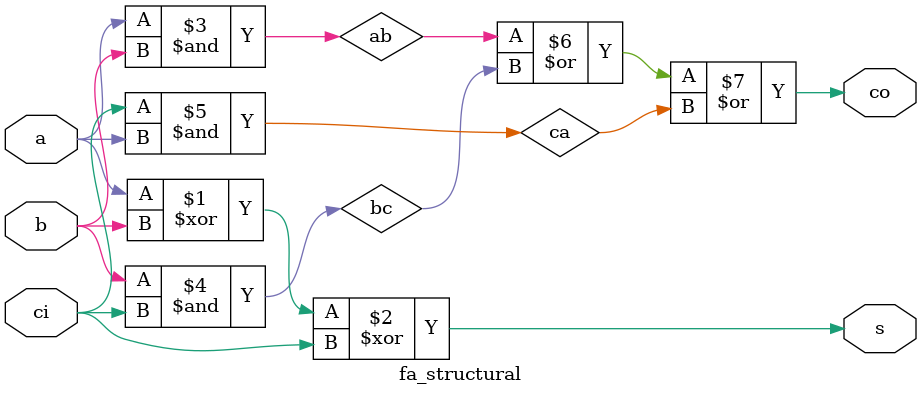
<source format=v>

module fa_structural (a,b,ci,s,co);          // full adder, structural style
    input  a, b, ci;                         // inputs:  a, b, carry_in
    output s, co;                            // outputs: sum, carry_out
    wire   ab, bc, ca;                       // wires, outputs of and gates
    
    
    xor i1 (s,  a,  b,  ci);                 // xor (out, in1, in2, in3);
    and i2 (ab, a,  b);                      // and (out, in1, in2);
    and i3 (bc, b,  ci);                     // and (out, in1, in2);
    and i4 (ca, ci, a);                      // and (out, in1, in2);
    or  i5 (co, ab, bc, ca);                 // or  (out, in1, in2, in3);
endmodule

</source>
